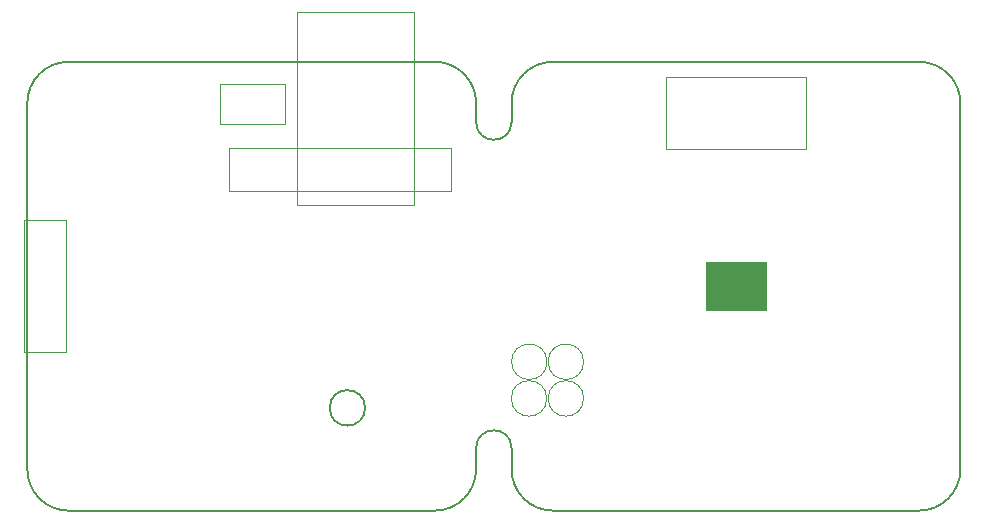
<source format=gbr>
%TF.GenerationSoftware,KiCad,Pcbnew,(5.1.8-0-10_14)*%
%TF.CreationDate,2021-09-02T11:11:12+02:00*%
%TF.ProjectId,ethersweep,65746865-7273-4776-9565-702e6b696361,2.0.1*%
%TF.SameCoordinates,Original*%
%TF.FileFunction,Other,User*%
%FSLAX46Y46*%
G04 Gerber Fmt 4.6, Leading zero omitted, Abs format (unit mm)*
G04 Created by KiCad (PCBNEW (5.1.8-0-10_14)) date 2021-09-02 11:11:12*
%MOMM*%
%LPD*%
G01*
G04 APERTURE LIST*
%TA.AperFunction,Profile*%
%ADD10C,0.150000*%
%TD*%
%ADD11C,0.050000*%
%ADD12C,0.010000*%
G04 APERTURE END LIST*
D10*
X221600000Y-26700000D02*
G75*
G02*
X225100000Y-30200000I0J-3500000D01*
G01*
X184100000Y-60700000D02*
X184100000Y-59400000D01*
X187100000Y-31800000D02*
X187100000Y-30700000D01*
X187100000Y-31800000D02*
G75*
G02*
X184100000Y-31800000I-1500000J0D01*
G01*
X187100000Y-61200000D02*
X187100000Y-59400000D01*
X184100000Y-31800000D02*
X184100000Y-30200000D01*
X184100000Y-59400000D02*
G75*
G02*
X187100000Y-59400000I1500000J0D01*
G01*
X184100000Y-61200000D02*
X184100000Y-60700000D01*
X187100000Y-30200000D02*
X187100000Y-30700000D01*
X174700000Y-56000000D02*
G75*
G03*
X174700000Y-56000000I-1500000J0D01*
G01*
X149600000Y-64700000D02*
G75*
G02*
X146100000Y-61200000I0J3500000D01*
G01*
X149600000Y-64700000D02*
X180600000Y-64700000D01*
X190600000Y-26700000D02*
X221600000Y-26700000D01*
X187100000Y-30200000D02*
G75*
G02*
X190600000Y-26700000I3500000J0D01*
G01*
X225100000Y-61200000D02*
G75*
G02*
X221600000Y-64700000I-3500000J0D01*
G01*
X190600000Y-64700000D02*
G75*
G02*
X187100000Y-61200000I0J3500000D01*
G01*
X190600000Y-64700000D02*
X221600000Y-64700000D01*
X225100000Y-61200000D02*
X225100000Y-30200000D01*
X146100000Y-30200000D02*
X146100000Y-61200000D01*
X184100000Y-61200000D02*
G75*
G02*
X180600000Y-64700000I-3500000J0D01*
G01*
X180600000Y-26700000D02*
G75*
G02*
X184100000Y-30200000I0J-3500000D01*
G01*
X146100000Y-30200000D02*
G75*
G02*
X149600000Y-26700000I3500000J0D01*
G01*
X180600000Y-26700000D02*
X149600000Y-26700000D01*
D11*
X168920000Y-38800000D02*
X168920000Y-22510000D01*
X168920000Y-22510000D02*
X178820000Y-22510000D01*
X178820000Y-22510000D02*
X178820000Y-38800000D01*
X178820000Y-38800000D02*
X168920000Y-38800000D01*
X145800000Y-40100000D02*
X149400000Y-40100000D01*
X145800000Y-51300000D02*
X145800000Y-40100000D01*
X149400000Y-51300000D02*
X145800000Y-51300000D01*
X149400000Y-40100000D02*
X149400000Y-51300000D01*
X200200000Y-27950000D02*
X212000000Y-27950000D01*
X200200000Y-34050000D02*
X200200000Y-27950000D01*
X212000000Y-34050000D02*
X200200000Y-34050000D01*
X212000000Y-27950000D02*
X212000000Y-34050000D01*
X167900000Y-31950000D02*
X167900000Y-28550000D01*
X162400000Y-31950000D02*
X167900000Y-31950000D01*
X162400000Y-28550000D02*
X162400000Y-31950000D01*
X167900000Y-28550000D02*
X162400000Y-28550000D01*
D12*
G36*
X203560000Y-47732000D02*
G01*
X208640000Y-47732000D01*
X208640000Y-43668000D01*
X203560000Y-43668000D01*
X203560000Y-47732000D01*
G37*
X203560000Y-47732000D02*
X208640000Y-47732000D01*
X208640000Y-43668000D01*
X203560000Y-43668000D01*
X203560000Y-47732000D01*
D11*
X190074999Y-55200000D02*
G75*
G03*
X190074999Y-55200000I-1500000J0D01*
G01*
X190100000Y-52100000D02*
G75*
G03*
X190100000Y-52100000I-1500000J0D01*
G01*
X193200000Y-55200000D02*
G75*
G03*
X193200000Y-55200000I-1500000J0D01*
G01*
X193200000Y-52100000D02*
G75*
G03*
X193200000Y-52100000I-1500000J0D01*
G01*
X182000000Y-34000000D02*
X182000000Y-37600000D01*
X163150000Y-34000000D02*
X182000000Y-34000000D01*
X163150000Y-37600000D02*
X163150000Y-34000000D01*
X182000000Y-37600000D02*
X163150000Y-37600000D01*
M02*

</source>
